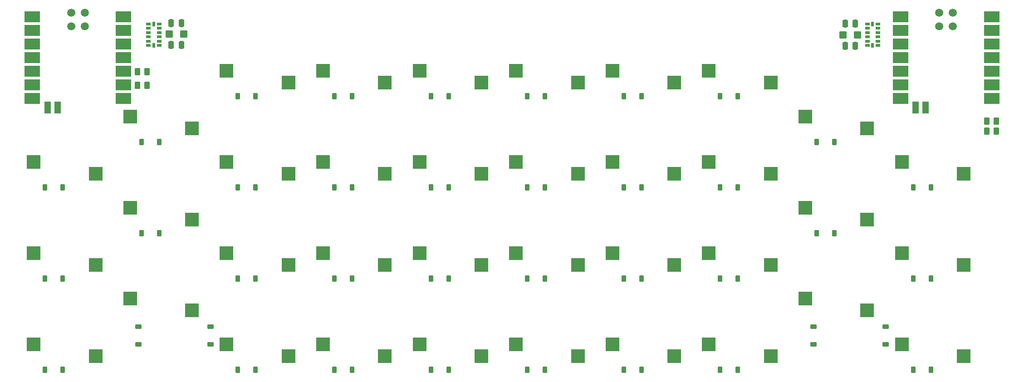
<source format=gbr>
%TF.GenerationSoftware,KiCad,Pcbnew,7.0.2-0*%
%TF.CreationDate,2024-08-24T17:52:38-04:00*%
%TF.ProjectId,PCB,5043422e-6b69-4636-9164-5f7063625858,rev?*%
%TF.SameCoordinates,Original*%
%TF.FileFunction,Paste,Bot*%
%TF.FilePolarity,Positive*%
%FSLAX46Y46*%
G04 Gerber Fmt 4.6, Leading zero omitted, Abs format (unit mm)*
G04 Created by KiCad (PCBNEW 7.0.2-0) date 2024-08-24 17:52:38*
%MOMM*%
%LPD*%
G01*
G04 APERTURE LIST*
G04 Aperture macros list*
%AMRoundRect*
0 Rectangle with rounded corners*
0 $1 Rounding radius*
0 $2 $3 $4 $5 $6 $7 $8 $9 X,Y pos of 4 corners*
0 Add a 4 corners polygon primitive as box body*
4,1,4,$2,$3,$4,$5,$6,$7,$8,$9,$2,$3,0*
0 Add four circle primitives for the rounded corners*
1,1,$1+$1,$2,$3*
1,1,$1+$1,$4,$5*
1,1,$1+$1,$6,$7*
1,1,$1+$1,$8,$9*
0 Add four rect primitives between the rounded corners*
20,1,$1+$1,$2,$3,$4,$5,0*
20,1,$1+$1,$4,$5,$6,$7,0*
20,1,$1+$1,$6,$7,$8,$9,0*
20,1,$1+$1,$8,$9,$2,$3,0*%
G04 Aperture macros list end*
%ADD10R,2.600000X2.600000*%
%ADD11RoundRect,0.225000X0.225000X0.375000X-0.225000X0.375000X-0.225000X-0.375000X0.225000X-0.375000X0*%
%ADD12RoundRect,0.225000X0.375000X-0.225000X0.375000X0.225000X-0.375000X0.225000X-0.375000X-0.225000X0*%
%ADD13RoundRect,0.250000X-0.450000X-0.425000X0.450000X-0.425000X0.450000X0.425000X-0.450000X0.425000X0*%
%ADD14RoundRect,0.250000X-0.250000X-0.475000X0.250000X-0.475000X0.250000X0.475000X-0.250000X0.475000X0*%
%ADD15R,0.920000X0.610000*%
%ADD16R,0.610000X0.920000*%
%ADD17RoundRect,0.250000X-0.262500X-0.450000X0.262500X-0.450000X0.262500X0.450000X-0.262500X0.450000X0*%
%ADD18RoundRect,0.250000X0.250000X0.475000X-0.250000X0.475000X-0.250000X-0.475000X0.250000X-0.475000X0*%
%ADD19R,3.000000X2.000000*%
%ADD20C,1.500000*%
%ADD21R,1.300000X2.300000*%
%ADD22RoundRect,0.250000X0.450000X0.425000X-0.450000X0.425000X-0.450000X-0.425000X0.450000X-0.425000X0*%
%ADD23RoundRect,0.250000X0.262500X0.450000X-0.262500X0.450000X-0.262500X-0.450000X0.262500X-0.450000X0*%
G04 APERTURE END LIST*
D10*
%TO.C,MX12*%
X57275000Y-82450000D03*
X45725000Y-80250000D03*
%TD*%
%TO.C,MX6*%
X39275000Y-73950000D03*
X27725000Y-71750000D03*
%TD*%
%TO.C,MX15*%
X111275000Y-73950000D03*
X99725000Y-71750000D03*
%TD*%
%TO.C,MX31*%
X183275000Y-82450000D03*
X171725000Y-80250000D03*
%TD*%
%TO.C,MX27*%
X165275000Y-56950000D03*
X153725000Y-54750000D03*
%TD*%
%TO.C,MX5*%
X111275000Y-39950000D03*
X99725000Y-37750000D03*
%TD*%
%TO.C,MX11*%
X39275000Y-90950000D03*
X27725000Y-88750000D03*
%TD*%
%TO.C,MX29*%
X129275000Y-56950000D03*
X117725000Y-54750000D03*
%TD*%
%TO.C,MX16*%
X75275000Y-90950000D03*
X63725000Y-88750000D03*
%TD*%
%TO.C,MX2*%
X57275000Y-48450000D03*
X45725000Y-46250000D03*
%TD*%
%TO.C,MX10*%
X111275000Y-56950000D03*
X99725000Y-54750000D03*
%TD*%
%TO.C,MX30*%
X201275000Y-90950000D03*
X189725000Y-88750000D03*
%TD*%
%TO.C,MX34*%
X129275000Y-73950000D03*
X117725000Y-71750000D03*
%TD*%
%TO.C,MX3*%
X75275000Y-39950000D03*
X63725000Y-37750000D03*
%TD*%
%TO.C,MX21*%
X183275000Y-48450000D03*
X171725000Y-46250000D03*
%TD*%
%TO.C,MX20*%
X201275000Y-56950000D03*
X189725000Y-54750000D03*
%TD*%
%TO.C,MX7*%
X57275000Y-65450000D03*
X45725000Y-63250000D03*
%TD*%
%TO.C,MX32*%
X165275000Y-73950000D03*
X153725000Y-71750000D03*
%TD*%
%TO.C,MX13*%
X75275000Y-73950000D03*
X63725000Y-71750000D03*
%TD*%
%TO.C,MX35*%
X165275000Y-90950000D03*
X153725000Y-88750000D03*
%TD*%
%TO.C,MX33*%
X147275000Y-73950000D03*
X135725000Y-71750000D03*
%TD*%
%TO.C,MX25*%
X201275000Y-73950000D03*
X189725000Y-71750000D03*
%TD*%
%TO.C,MX14*%
X93275000Y-73950000D03*
X81725000Y-71750000D03*
%TD*%
%TO.C,MX1*%
X39275000Y-56950000D03*
X27725000Y-54750000D03*
%TD*%
%TO.C,MX8*%
X75275000Y-56950000D03*
X63725000Y-54750000D03*
%TD*%
%TO.C,MX37*%
X129275000Y-90950000D03*
X117725000Y-88750000D03*
%TD*%
%TO.C,MX28*%
X147275000Y-56950000D03*
X135725000Y-54750000D03*
%TD*%
%TO.C,MX9*%
X93275000Y-56950000D03*
X81725000Y-54750000D03*
%TD*%
%TO.C,MX23*%
X147275000Y-39950000D03*
X135725000Y-37750000D03*
%TD*%
%TO.C,MX36*%
X147275000Y-90950000D03*
X135725000Y-88750000D03*
%TD*%
%TO.C,MX17*%
X93275000Y-90950000D03*
X81725000Y-88750000D03*
%TD*%
%TO.C,MX18*%
X111275000Y-90950000D03*
X99725000Y-88750000D03*
%TD*%
%TO.C,MX4*%
X93275000Y-39950000D03*
X81725000Y-37750000D03*
%TD*%
%TO.C,MX24*%
X129275000Y-39950000D03*
X117725000Y-37750000D03*
%TD*%
%TO.C,MX22*%
X165275000Y-39950000D03*
X153725000Y-37750000D03*
%TD*%
%TO.C,MX26*%
X183275000Y-65450000D03*
X171725000Y-63250000D03*
%TD*%
D11*
%TO.C,D36*%
X141150000Y-93500000D03*
X137850000Y-93500000D03*
%TD*%
%TO.C,D8*%
X69150000Y-59500000D03*
X65850000Y-59500000D03*
%TD*%
%TO.C,D25*%
X195150000Y-76500000D03*
X191850000Y-76500000D03*
%TD*%
%TO.C,D27*%
X159150000Y-59500000D03*
X155850000Y-59500000D03*
%TD*%
D12*
%TO.C,D12*%
X47250000Y-88775000D03*
X47250000Y-85475000D03*
%TD*%
D11*
%TO.C,D1*%
X33150000Y-59500000D03*
X29850000Y-59500000D03*
%TD*%
D13*
%TO.C,C6*%
X178800000Y-31050000D03*
X181500000Y-31050000D03*
%TD*%
D11*
%TO.C,D6*%
X33150000Y-76500000D03*
X29850000Y-76500000D03*
%TD*%
%TO.C,D9*%
X87150000Y-59500000D03*
X83850000Y-59500000D03*
%TD*%
%TO.C,D24*%
X123150000Y-42500000D03*
X119850000Y-42500000D03*
%TD*%
D12*
%TO.C,D38*%
X173250000Y-88775000D03*
X173250000Y-85475000D03*
%TD*%
D11*
%TO.C,D35*%
X159150000Y-93500000D03*
X155850000Y-93500000D03*
%TD*%
%TO.C,D20*%
X195150000Y-59500000D03*
X191850000Y-59500000D03*
%TD*%
D14*
%TO.C,C5*%
X179150000Y-28950000D03*
X181050000Y-28950000D03*
%TD*%
D15*
%TO.C,U1*%
X49155000Y-32988000D03*
X49155000Y-32188000D03*
X49155000Y-31388000D03*
X49155000Y-30588000D03*
X49155000Y-29788000D03*
X49155000Y-28988000D03*
D16*
X50165000Y-28978000D03*
D15*
X51175000Y-28988000D03*
X51175000Y-29788000D03*
X51175000Y-30588000D03*
X51175000Y-31388000D03*
X51175000Y-32188000D03*
X51175000Y-32988000D03*
D16*
X50165000Y-32998000D03*
%TD*%
D11*
%TO.C,D28*%
X141150000Y-59500000D03*
X137850000Y-59500000D03*
%TD*%
D12*
%TO.C,D19*%
X60750000Y-88775000D03*
X60750000Y-85475000D03*
%TD*%
D17*
%TO.C,R3*%
X205587500Y-47100000D03*
X207412500Y-47100000D03*
%TD*%
D11*
%TO.C,D13*%
X69150000Y-76500000D03*
X65850000Y-76500000D03*
%TD*%
%TO.C,D23*%
X141150000Y-42500000D03*
X137850000Y-42500000D03*
%TD*%
D18*
%TO.C,C2*%
X55306000Y-28829000D03*
X53406000Y-28829000D03*
%TD*%
D11*
%TO.C,D3*%
X69150000Y-42500000D03*
X65850000Y-42500000D03*
%TD*%
D19*
%TO.C,U2*%
X44500000Y-27675000D03*
X44500000Y-30215000D03*
X44500000Y-32755000D03*
X44500000Y-35295000D03*
X44500000Y-37835000D03*
X44500000Y-40375000D03*
X44500000Y-42915000D03*
X27500000Y-42915000D03*
X27500000Y-40375000D03*
X27500000Y-37835000D03*
X27500000Y-35295000D03*
X27500000Y-32755000D03*
X27500000Y-30215000D03*
X27500000Y-27675000D03*
D20*
X37270000Y-26905000D03*
X34730000Y-26905000D03*
X37270000Y-29445000D03*
X34730000Y-29445000D03*
D21*
X32200000Y-44545000D03*
X30300000Y-44545000D03*
%TD*%
D11*
%TO.C,D17*%
X87150000Y-93500000D03*
X83850000Y-93500000D03*
%TD*%
D22*
%TO.C,C3*%
X55706000Y-30861000D03*
X53006000Y-30861000D03*
%TD*%
D11*
%TO.C,D15*%
X105150000Y-76500000D03*
X101850000Y-76500000D03*
%TD*%
D23*
%TO.C,R2*%
X48918500Y-37846000D03*
X47093500Y-37846000D03*
%TD*%
D11*
%TO.C,D34*%
X123150000Y-76500000D03*
X119850000Y-76500000D03*
%TD*%
D19*
%TO.C,U4*%
X206500000Y-27675000D03*
X206500000Y-30215000D03*
X206500000Y-32755000D03*
X206500000Y-35295000D03*
X206500000Y-37835000D03*
X206500000Y-40375000D03*
X206500000Y-42915000D03*
X189500000Y-42915000D03*
X189500000Y-40375000D03*
X189500000Y-37835000D03*
X189500000Y-35295000D03*
X189500000Y-32755000D03*
X189500000Y-30215000D03*
X189500000Y-27675000D03*
D20*
X199270000Y-26905000D03*
X196730000Y-26905000D03*
X199270000Y-29445000D03*
X196730000Y-29445000D03*
D21*
X194200000Y-44545000D03*
X192300000Y-44545000D03*
%TD*%
D11*
%TO.C,D32*%
X159150000Y-76500000D03*
X155850000Y-76500000D03*
%TD*%
%TO.C,D18*%
X105150000Y-93500000D03*
X101850000Y-93500000D03*
%TD*%
%TO.C,D4*%
X87150000Y-42500000D03*
X83850000Y-42500000D03*
%TD*%
%TO.C,D21*%
X177150000Y-51000000D03*
X173850000Y-51000000D03*
%TD*%
%TO.C,D29*%
X123150000Y-59500000D03*
X119850000Y-59500000D03*
%TD*%
%TO.C,D16*%
X69150000Y-93500000D03*
X65850000Y-93500000D03*
%TD*%
%TO.C,D33*%
X141150000Y-76500000D03*
X137850000Y-76500000D03*
%TD*%
D15*
%TO.C,U3*%
X185310000Y-28988000D03*
X185310000Y-29788000D03*
X185310000Y-30588000D03*
X185310000Y-31388000D03*
X185310000Y-32188000D03*
X185310000Y-32988000D03*
D16*
X184300000Y-32998000D03*
D15*
X183290000Y-32988000D03*
X183290000Y-32188000D03*
X183290000Y-31388000D03*
X183290000Y-30588000D03*
X183290000Y-29788000D03*
X183290000Y-28988000D03*
D16*
X184300000Y-28978000D03*
%TD*%
D11*
%TO.C,D30*%
X195150000Y-93500000D03*
X191850000Y-93500000D03*
%TD*%
%TO.C,D7*%
X51150000Y-68000000D03*
X47850000Y-68000000D03*
%TD*%
D23*
%TO.C,R1*%
X48918500Y-40386000D03*
X47093500Y-40386000D03*
%TD*%
D11*
%TO.C,D37*%
X123150000Y-93500000D03*
X119850000Y-93500000D03*
%TD*%
D17*
%TO.C,R4*%
X205587500Y-49000000D03*
X207412500Y-49000000D03*
%TD*%
D11*
%TO.C,D11*%
X33150000Y-93500000D03*
X29850000Y-93500000D03*
%TD*%
D14*
%TO.C,C4*%
X179150000Y-33100000D03*
X181050000Y-33100000D03*
%TD*%
D11*
%TO.C,D2*%
X51150000Y-51000000D03*
X47850000Y-51000000D03*
%TD*%
%TO.C,D26*%
X177150000Y-68000000D03*
X173850000Y-68000000D03*
%TD*%
%TO.C,D22*%
X159150000Y-42500000D03*
X155850000Y-42500000D03*
%TD*%
%TO.C,D5*%
X105150000Y-42500000D03*
X101850000Y-42500000D03*
%TD*%
%TO.C,D10*%
X105150000Y-59500000D03*
X101850000Y-59500000D03*
%TD*%
%TO.C,D14*%
X87150000Y-76500000D03*
X83850000Y-76500000D03*
%TD*%
D12*
%TO.C,D31*%
X186750000Y-88775000D03*
X186750000Y-85475000D03*
%TD*%
D18*
%TO.C,C1*%
X55306000Y-32893000D03*
X53406000Y-32893000D03*
%TD*%
M02*

</source>
